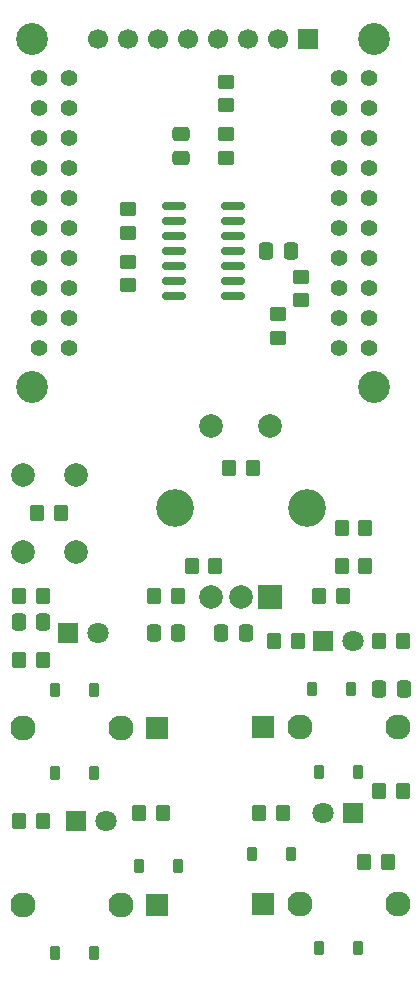
<source format=gts>
G04 #@! TF.GenerationSoftware,KiCad,Pcbnew,7.0.5-0*
G04 #@! TF.CreationDate,2024-02-27T22:34:33-05:00*
G04 #@! TF.ProjectId,Grand_central_pcb_simple,4772616e-645f-4636-956e-7472616c5f70,rev?*
G04 #@! TF.SameCoordinates,Original*
G04 #@! TF.FileFunction,Soldermask,Top*
G04 #@! TF.FilePolarity,Negative*
%FSLAX46Y46*%
G04 Gerber Fmt 4.6, Leading zero omitted, Abs format (unit mm)*
G04 Created by KiCad (PCBNEW 7.0.5-0) date 2024-02-27 22:34:33*
%MOMM*%
%LPD*%
G01*
G04 APERTURE LIST*
G04 Aperture macros list*
%AMRoundRect*
0 Rectangle with rounded corners*
0 $1 Rounding radius*
0 $2 $3 $4 $5 $6 $7 $8 $9 X,Y pos of 4 corners*
0 Add a 4 corners polygon primitive as box body*
4,1,4,$2,$3,$4,$5,$6,$7,$8,$9,$2,$3,0*
0 Add four circle primitives for the rounded corners*
1,1,$1+$1,$2,$3*
1,1,$1+$1,$4,$5*
1,1,$1+$1,$6,$7*
1,1,$1+$1,$8,$9*
0 Add four rect primitives between the rounded corners*
20,1,$1+$1,$2,$3,$4,$5,0*
20,1,$1+$1,$4,$5,$6,$7,0*
20,1,$1+$1,$6,$7,$8,$9,0*
20,1,$1+$1,$8,$9,$2,$3,0*%
G04 Aperture macros list end*
%ADD10RoundRect,0.225000X-0.225000X-0.375000X0.225000X-0.375000X0.225000X0.375000X-0.225000X0.375000X0*%
%ADD11RoundRect,0.150000X0.825000X0.150000X-0.825000X0.150000X-0.825000X-0.150000X0.825000X-0.150000X0*%
%ADD12RoundRect,0.250000X-0.337500X-0.475000X0.337500X-0.475000X0.337500X0.475000X-0.337500X0.475000X0*%
%ADD13RoundRect,0.250000X-0.350000X-0.450000X0.350000X-0.450000X0.350000X0.450000X-0.350000X0.450000X0*%
%ADD14C,1.800000*%
%ADD15R,1.800000X1.800000*%
%ADD16RoundRect,0.250000X0.337500X0.475000X-0.337500X0.475000X-0.337500X-0.475000X0.337500X-0.475000X0*%
%ADD17RoundRect,0.250000X-0.450000X0.350000X-0.450000X-0.350000X0.450000X-0.350000X0.450000X0.350000X0*%
%ADD18RoundRect,0.225000X0.225000X0.375000X-0.225000X0.375000X-0.225000X-0.375000X0.225000X-0.375000X0*%
%ADD19RoundRect,0.250000X0.350000X0.450000X-0.350000X0.450000X-0.350000X-0.450000X0.350000X-0.450000X0*%
%ADD20RoundRect,0.250000X0.450000X-0.350000X0.450000X0.350000X-0.450000X0.350000X-0.450000X-0.350000X0*%
%ADD21C,1.400000*%
%ADD22RoundRect,0.250000X-0.475000X0.337500X-0.475000X-0.337500X0.475000X-0.337500X0.475000X0.337500X0*%
%ADD23C,2.130000*%
%ADD24R,1.830000X1.930000*%
%ADD25C,2.000000*%
%ADD26R,2.000000X2.000000*%
%ADD27C,3.200000*%
%ADD28C,2.700000*%
%ADD29R,1.700000X1.700000*%
%ADD30C,1.700000*%
G04 APERTURE END LIST*
D10*
X250600000Y-91726570D03*
X247300000Y-91726570D03*
D11*
X239965000Y-51435000D03*
X239965000Y-50165000D03*
X239965000Y-48895000D03*
X239965000Y-47625000D03*
X239965000Y-46355000D03*
X239965000Y-45085000D03*
X239965000Y-43815000D03*
X235015000Y-43815000D03*
X235015000Y-45085000D03*
X235015000Y-46355000D03*
X235015000Y-47625000D03*
X235015000Y-48895000D03*
X235015000Y-50165000D03*
X235015000Y-51435000D03*
D12*
X242802500Y-47625000D03*
X244877500Y-47625000D03*
D13*
X242205000Y-95250000D03*
X244205000Y-95250000D03*
X221885000Y-95885000D03*
X223885000Y-95885000D03*
X221885000Y-76835000D03*
X223885000Y-76835000D03*
X243475000Y-80645000D03*
X245475000Y-80645000D03*
D14*
X247655000Y-95250000D03*
D15*
X250195000Y-95250000D03*
X226690000Y-95885000D03*
D14*
X229230000Y-95885000D03*
D15*
X226060000Y-80010000D03*
D14*
X228600000Y-80010000D03*
D15*
X247645000Y-80645000D03*
D14*
X250185000Y-80645000D03*
D13*
X249190000Y-74295000D03*
X251190000Y-74295000D03*
D16*
X252357500Y-84741570D03*
X254432500Y-84741570D03*
D13*
X247285000Y-76835000D03*
X249285000Y-76835000D03*
D17*
X239395000Y-33290000D03*
X239395000Y-35290000D03*
D18*
X246665000Y-84741570D03*
X249965000Y-84741570D03*
D19*
X232045000Y-95250000D03*
X234045000Y-95250000D03*
D10*
X235330000Y-99695000D03*
X232030000Y-99695000D03*
D16*
X223922500Y-79076250D03*
X221847500Y-79076250D03*
D12*
X233277500Y-80010000D03*
X235352500Y-80010000D03*
D16*
X238992500Y-80010000D03*
X241067500Y-80010000D03*
D13*
X223425000Y-69850000D03*
X225425000Y-69850000D03*
D20*
X245745000Y-51800000D03*
X245745000Y-49800000D03*
D19*
X223885000Y-82251250D03*
X221885000Y-82251250D03*
X251190000Y-71120000D03*
X249190000Y-71120000D03*
D21*
X251470000Y-55880000D03*
X248930000Y-55880000D03*
X251470000Y-53340000D03*
X248930000Y-53340000D03*
X251470000Y-50800000D03*
X248930000Y-50800000D03*
X251470000Y-48260000D03*
X248930000Y-48260000D03*
X251470000Y-45720000D03*
X248930000Y-45720000D03*
X251470000Y-43180000D03*
X248930000Y-43180000D03*
X251470000Y-40640000D03*
X248930000Y-40640000D03*
X251470000Y-38100000D03*
X248930000Y-38100000D03*
X251470000Y-35560000D03*
X248930000Y-35560000D03*
X251470000Y-33020000D03*
X248930000Y-33020000D03*
X226070000Y-55880000D03*
X223530000Y-55880000D03*
X226070000Y-53340000D03*
X223530000Y-53340000D03*
X226070000Y-50800000D03*
X223530000Y-50800000D03*
X226070000Y-48260000D03*
X223530000Y-48260000D03*
X226070000Y-45720000D03*
X223530000Y-45720000D03*
X226070000Y-43180000D03*
X223530000Y-43180000D03*
X226070000Y-40640000D03*
X223530000Y-40640000D03*
X226070000Y-38100000D03*
X223530000Y-38100000D03*
X226070000Y-35560000D03*
X223530000Y-35560000D03*
X226070000Y-33020000D03*
X223530000Y-33020000D03*
D17*
X231140000Y-48530000D03*
X231140000Y-50530000D03*
D18*
X224894861Y-84800616D03*
X228194861Y-84800616D03*
D10*
X244885000Y-98711570D03*
X241585000Y-98711570D03*
D17*
X239395000Y-37735000D03*
X239395000Y-39735000D03*
D20*
X231140000Y-46085000D03*
X231140000Y-44085000D03*
D10*
X224894861Y-91785616D03*
X228194861Y-91785616D03*
D13*
X239665000Y-66040000D03*
X241665000Y-66040000D03*
X252365000Y-80645000D03*
X254365000Y-80645000D03*
D19*
X252365000Y-93345000D03*
X254365000Y-93345000D03*
D22*
X235585000Y-37697500D03*
X235585000Y-39772500D03*
D13*
X253125000Y-99346570D03*
X251125000Y-99346570D03*
D17*
X243840000Y-52975000D03*
X243840000Y-54975000D03*
D18*
X224894861Y-107025616D03*
X228194861Y-107025616D03*
D13*
X236490000Y-74295000D03*
X238490000Y-74295000D03*
X233315000Y-76835000D03*
X235315000Y-76835000D03*
D18*
X247270000Y-106680000D03*
X250570000Y-106680000D03*
D23*
X230479861Y-87980616D03*
X222179861Y-87980616D03*
D24*
X233579861Y-87980616D03*
D25*
X226675000Y-73100000D03*
X226675000Y-66600000D03*
X222175000Y-73100000D03*
X222175000Y-66600000D03*
D26*
X243165000Y-76910000D03*
D25*
X238165000Y-76910000D03*
X240665000Y-76910000D03*
D27*
X235065000Y-69410000D03*
X246265000Y-69410000D03*
D25*
X238165000Y-62410000D03*
X243165000Y-62410000D03*
D23*
X245670000Y-87921570D03*
X253970000Y-87921570D03*
D24*
X242570000Y-87921570D03*
D23*
X245670000Y-102921570D03*
D24*
X242570000Y-102921570D03*
D23*
X253970000Y-102921570D03*
D28*
X251968000Y-59179000D03*
X251968000Y-29715000D03*
X223012000Y-59179000D03*
X223012000Y-29715000D03*
D29*
X246380000Y-29715000D03*
D30*
X243840000Y-29715000D03*
X241300000Y-29715000D03*
X238760000Y-29715000D03*
X236220000Y-29715000D03*
X233680000Y-29715000D03*
X231140000Y-29715000D03*
X228600000Y-29715000D03*
D23*
X230479861Y-102980616D03*
X222179861Y-102980616D03*
D24*
X233579861Y-102980616D03*
M02*

</source>
